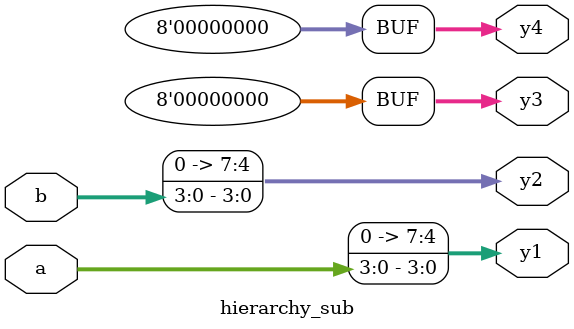
<source format=v>

module hierarchy(a, b, y1, y2, y3, y4);
input [3:0] a;
input signed [3:0] b;
output [7:0] y1, y2, y3, y4;

hierarchy_sub #(-3'sd1, -3'sd1) foo (a, b, y1, y2, y3, y4);

endmodule

(* gentb_skip *)
module hierarchy_sub(a, b, y1, y2, y3, y4);
parameter c = 0;
parameter [7:0] d = 0;
input [3:0] a, b;
output [7:0] y1, y2, y3, y4;
assign y1 = a;
assign y2 = b;
assign y3 = c;
assign y4 = d;
endmodule

</source>
